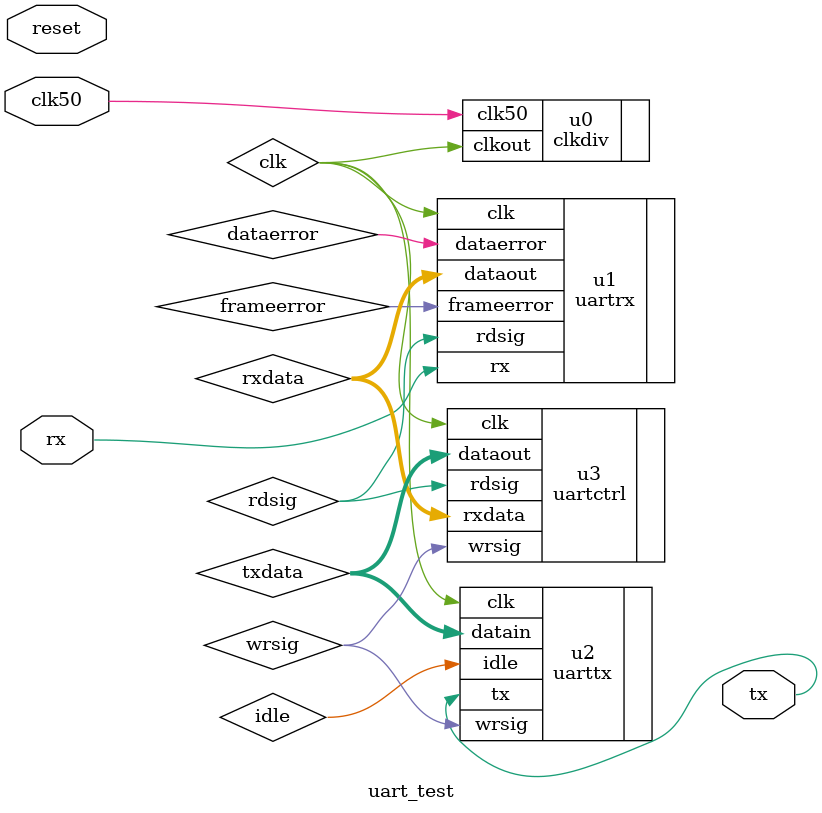
<source format=v>
`timescale 1ns / 1ps
module uart_test(clk50, rx, tx, reset);
input clk50;
input reset;
input rx;
output tx;

wire clk;       //clock for 9600 uart port
wire [7:0] txdata,rxdata;
wire idle;
wire dataerror;
wire frameerror;

//²úÉúÊ±ÖÓµÄÆµÂÊÎª16*9600£¬
clkdiv u0 (
		.clk50                   (clk50),                           
		.clkout                  (clk)                          
 );

uartrx u1 (
		.clk                     (clk),  
      .rx	                   (rx),  	
		.dataout                 (rxdata),              //uart ½ÓÊÕµ½µÄÊý¾Ý                     
      .rdsig                   (rdsig),               //uart ½ÓÊÕµ½Êý¾ÝÓÐÐ§ 
		.dataerror               (dataerror),
		.frameerror              (frameerror)
);

uarttx u2 (
		.clk                     (clk),                           
		.datain                  (txdata),               //uart ·¢ËÍµÄÊý¾Ý   
      .wrsig                   (wrsig),                //uart ·¢ËÍµÄÊý¾ÝÓÐÐ§  
      .idle                    (idle), 	
	   .tx                      (tx)		
 );

uartctrl u3 (
		.clk                     (clk),                           
		.rdsig                   (rdsig),                //uart ½ÓÊÕµ½Êý¾ÝÓÐÐ§   
      .rxdata                  (rxdata), 		          //uart ½ÓÊÕµ½µÄÊý¾Ý 
      .wrsig                   (wrsig),                //uart ·¢ËÍµÄÊý¾ÝÓÐÐ§  
      .dataout                 (txdata)	             //uart ·¢ËÍµÄÊý¾Ý 
	
 );
 

endmodule


</source>
